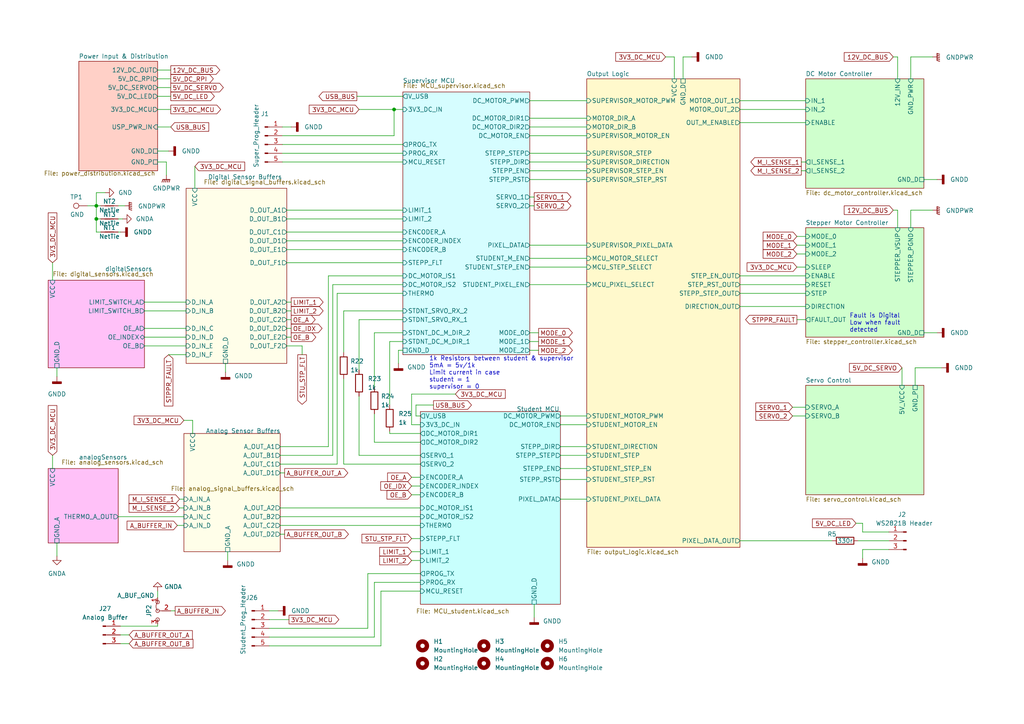
<source format=kicad_sch>
(kicad_sch (version 20211123) (generator eeschema)
  (paper "A4")
  (lib_symbols
    (symbol "000_Connectors_Immo:3pin_molex_2.54mm_male" (pin_names (offset 1.016) hide)
      (property "Reference" "J" (at 0 5.08 0))
      (property "Value" "3pin_molex_2.54mm_male" (at 2.54 -4.191 0))
      (symbol "3pin_molex_2.54mm_male_1_1"
        (polyline (pts (xy 1.27 -2.54) (xy 0.8636 -2.54)) (stroke (width 0.1524)))
        (polyline (pts (xy 1.27 0) (xy 0.8636 0)) (stroke (width 0.1524)))
        (polyline (pts (xy 1.27 2.54) (xy 0.8636 2.54)) (stroke (width 0.1524)))
        (rectangle (start 0.8636 -2.413) (end 0 -2.667) (stroke (width 0.1524)) (fill (type outline)))
        (rectangle (start 0.8636 0.127) (end 0 -0.127) (stroke (width 0.1524)) (fill (type outline)))
        (rectangle (start 0.8636 2.667) (end 0 2.413) (stroke (width 0.1524)) (fill (type outline)))
        (pin passive line (at 5.08 2.54 180) (length 3.81) (name "Pin_1") (number "1"))
        (pin passive line (at 5.08 0 180) (length 3.81) (name "Pin_2") (number "2"))
        (pin passive line (at 5.08 -2.54 180) (length 3.81) (name "Pin_3") (number "3"))
      )
    )
    (symbol "000_Connectors_Immo:Jumper_3_Bridged12" (pin_names (offset 0) hide)
      (property "Reference" "JP" (at -2.54 -2.54 0))
      (property "Value" "Jumper_3_Bridged12" (at 0 2.794 0))
      (symbol "Jumper_3_Bridged12_0_0"
        (circle (center -2.54 0) (radius 0.508))
        (circle (center 0 0) (radius 0.508))
        (circle (center 2.54 0) (radius 0.508))
      )
      (symbol "Jumper_3_Bridged12_0_1"
        (arc (start 0 -0.0807) (mid -1.27 0.4699) (end -2.54 -0.0807))
        (polyline (pts (xy 0 -1.27) (xy 0 -0.508)))
      )
      (symbol "Jumper_3_Bridged12_1_1"
        (pin passive line (at -3.81 0 0) (length 1.27) (name "A") (number "1"))
        (pin input line (at 0 -3.81 90) (length 2.54) (name "C") (number "2"))
        (pin passive line (at 3.81 0 180) (length 1.27) (name "B") (number "3"))
      )
    )
    (symbol "000_Pin_Headers_Immo:Molex_5pin_2.54mm_M" (pin_names (offset 1.016) hide)
      (property "Reference" "J" (at 0 7.62 0))
      (property "Value" "Molex_5pin_2.54mm_M" (at 0 -7.62 0))
      (symbol "Molex_5pin_2.54mm_M_1_1"
        (polyline (pts (xy 1.27 -5.08) (xy 0.8636 -5.08)) (stroke (width 0.1524)))
        (polyline (pts (xy 1.27 -2.54) (xy 0.8636 -2.54)) (stroke (width 0.1524)))
        (polyline (pts (xy 1.27 0) (xy 0.8636 0)) (stroke (width 0.1524)))
        (polyline (pts (xy 1.27 2.54) (xy 0.8636 2.54)) (stroke (width 0.1524)))
        (polyline (pts (xy 1.27 5.08) (xy 0.8636 5.08)) (stroke (width 0.1524)))
        (rectangle (start 0.8636 -4.953) (end 0 -5.207) (stroke (width 0.1524)) (fill (type outline)))
        (rectangle (start 0.8636 -2.413) (end 0 -2.667) (stroke (width 0.1524)) (fill (type outline)))
        (rectangle (start 0.8636 0.127) (end 0 -0.127) (stroke (width 0.1524)) (fill (type outline)))
        (rectangle (start 0.8636 2.667) (end 0 2.413) (stroke (width 0.1524)) (fill (type outline)))
        (rectangle (start 0.8636 5.207) (end 0 4.953) (stroke (width 0.1524)) (fill (type outline)))
        (pin passive line (at 5.08 5.08 180) (length 3.81) (name "Pin_1") (number "1"))
        (pin passive line (at 5.08 2.54 180) (length 3.81) (name "Pin_2") (number "2"))
        (pin passive line (at 5.08 0 180) (length 3.81) (name "Pin_3") (number "3"))
        (pin passive line (at 5.08 -2.54 180) (length 3.81) (name "Pin_4") (number "4"))
        (pin passive line (at 5.08 -5.08 180) (length 3.81) (name "Pin_5") (number "5"))
      )
    )
    (symbol "000_Resistors_Immo:Resistor_0805" (pin_numbers hide) (pin_names (offset 0))
      (property "Reference" "R?" (at -2.54 3.81 0))
      (property "Value" "Resistor_0805" (at -5.08 2.54 0))
      (symbol "Resistor_0805_0_1"
        (rectangle (start 2.54 -1.016) (end -2.54 1.016) (stroke (width 0.254)))
      )
      (symbol "Resistor_0805_1_1"
        (pin passive line (at -3.81 0 0) (length 1.27) (name "~") (number "1"))
        (pin passive line (at 3.81 0 180) (length 1.27) (name "~") (number "2"))
      )
    )
    (symbol "Connector:Conn_01x03_Male" (pin_names (offset 1.016) hide)
      (property "Reference" "J" (at 0 5.08 0))
      (property "Value" "Conn_01x03_Male" (at 2.54 -4.191 0))
      (symbol "Conn_01x03_Male_1_1"
        (polyline (pts (xy 1.27 -2.54) (xy 0.8636 -2.54)) (stroke (width 0.1524)))
        (polyline (pts (xy 1.27 0) (xy 0.8636 0)) (stroke (width 0.1524)))
        (polyline (pts (xy 1.27 2.54) (xy 0.8636 2.54)) (stroke (width 0.1524)))
        (rectangle (start 0.8636 -2.413) (end 0 -2.667) (stroke (width 0.1524)) (fill (type outline)))
        (rectangle (start 0.8636 0.127) (end 0 -0.127) (stroke (width 0.1524)) (fill (type outline)))
        (rectangle (start 0.8636 2.667) (end 0 2.413) (stroke (width 0.1524)) (fill (type outline)))
        (pin passive line (at 5.08 2.54 180) (length 3.81) (name "Pin_1") (number "1"))
        (pin passive line (at 5.08 0 180) (length 3.81) (name "Pin_2") (number "2"))
        (pin passive line (at 5.08 -2.54 180) (length 3.81) (name "Pin_3") (number "3"))
      )
    )
    (symbol "Connector:TestPoint" (pin_numbers hide) (pin_names (offset 0.762) hide)
      (property "Reference" "TP" (at 0 6.858 0))
      (property "Value" "TestPoint" (at 0 5.08 0))
      (symbol "TestPoint_0_1"
        (circle (center 0 3.302) (radius 0.762))
      )
      (symbol "TestPoint_1_1"
        (pin passive line (at 0 0 90) (length 2.54) (name "1") (number "1"))
      )
    )
    (symbol "Device:NetTie_2" (pin_numbers hide) (pin_names (offset 0) hide)
      (property "Reference" "NT" (at 0 1.27 0))
      (property "Value" "NetTie_2" (at 0 -1.27 0))
      (symbol "NetTie_2_0_1"
        (polyline (pts (xy -1.27 0) (xy 1.27 0)) (stroke (width 0.254)))
      )
      (symbol "NetTie_2_1_1"
        (pin passive line (at -2.54 0 0) (length 2.54) (name "1") (number "1"))
        (pin passive line (at 2.54 0 180) (length 2.54) (name "2") (number "2"))
      )
    )
    (symbol "Mechanical:MountingHole_M3" (pin_names (offset 1.016))
      (property "Reference" "H" (at 0 5.08 0))
      (property "Value" "MountingHole_M3" (at 0 3.175 0))
      (symbol "MountingHole_M3_0_1"
        (circle (center 0 0) (radius 1.27) (stroke (width 1.27)))
      )
    )
    (symbol "power:GND" (power) (pin_names (offset 0))
      (property "Value" "GND" (at 0 -3.81 0))
      (symbol "GND_0_1"
        (polyline (pts (xy 0 0) (xy 0 -1.27) (xy 1.27 -1.27) (xy 0 -2.54) (xy -1.27 -1.27) (xy 0 -1.27)))
      )
      (symbol "GND_1_1"
        (pin power_in line (at 0 0 270) (length 0) hide (name "GND") (number "1"))
      )
    )
    (symbol "power:GNDA" (power) (pin_names (offset 0))
      (property "Value" "GNDA" (at 0 -3.81 0))
      (symbol "GNDA_0_1"
        (polyline (pts (xy 0 0) (xy 0 -1.27) (xy 1.27 -1.27) (xy 0 -2.54) (xy -1.27 -1.27) (xy 0 -1.27)))
      )
      (symbol "GNDA_1_1"
        (pin power_in line (at 0 0 270) (length 0) hide (name "GNDA") (number "1"))
      )
    )
    (symbol "power:GNDD" (power) (pin_names (offset 0))
      (property "Value" "GNDD" (at 0 -3.175 0))
      (symbol "GNDD_0_1"
        (rectangle (start -1.27 -1.524) (end 1.27 -2.032) (stroke (width 0.254)) (fill (type outline)))
        (polyline (pts (xy 0 0) (xy 0 -1.524)))
      )
      (symbol "GNDD_1_1"
        (pin power_in line (at 0 0 270) (length 0) hide (name "GNDD") (number "1"))
      )
    )
    (symbol "power:GNDPWR" (power) (pin_names (offset 0))
      (property "Value" "GNDPWR" (at 0 -3.302 0))
      (symbol "GNDPWR_0_1"
        (polyline (pts (xy 0 -1.27) (xy 0 0)))
        (polyline (pts (xy -1.016 -1.27) (xy -1.27 -2.032) (xy -1.27 -2.032)) (stroke (width 0.2032)))
        (polyline (pts (xy -0.508 -1.27) (xy -0.762 -2.032) (xy -0.762 -2.032)) (stroke (width 0.2032)))
        (polyline (pts (xy 0 -1.27) (xy -0.254 -2.032) (xy -0.254 -2.032)) (stroke (width 0.2032)))
        (polyline (pts (xy 0.508 -1.27) (xy 0.254 -2.032) (xy 0.254 -2.032)) (stroke (width 0.2032)))
        (polyline (pts (xy 1.016 -1.27) (xy -1.016 -1.27) (xy -1.016 -1.27)) (stroke (width 0.2032)))
        (polyline (pts (xy 1.016 -1.27) (xy 0.762 -2.032) (xy 0.762 -2.032) (xy 0.762 -2.032)) (stroke (width 0.2032)))
      )
      (symbol "GNDPWR_1_1"
        (pin power_in line (at 0 0 270) (length 0) hide (name "GNDPWR") (number "1"))
      )
    )
  )
  (junction (at 27.94 59.69))
  (junction (at 114.3 31.75))
  (junction (at 27.94 63.5))
  (wire (pts (xy 78.105 182.245) (xy 106.68 182.245)))
  (wire (pts (xy 231.14 71.12) (xy 233.68 71.12)))
  (wire (pts (xy 153.67 57.15) (xy 154.94 57.15)))
  (wire (pts (xy 45.72 22.86) (xy 49.53 22.86)))
  (wire (pts (xy 108.585 184.785) (xy 108.585 168.91)))
  (wire (pts (xy 115.57 105.41) (xy 115.57 101.6)))
  (wire (pts (xy 81.28 129.54) (xy 95.25 129.54)))
  (wire (pts (xy 45.72 27.94) (xy 49.53 27.94)))
  (wire (pts (xy 260.35 16.51) (xy 260.35 22.86)))
  (wire (pts (xy 81.915 41.91) (xy 116.84 41.91)))
  (wire (pts (xy 231.14 73.66) (xy 233.68 73.66)))
  (wire (pts (xy 66.04 160.02) (xy 66.04 162.56)))
  (wire (pts (xy 153.67 82.55) (xy 170.18 82.55)))
  (wire (pts (xy 56.515 54.61) (xy 56.515 48.26)))
  (wire (pts (xy 231.14 68.58) (xy 233.68 68.58)))
  (wire (pts (xy 193.04 16.51) (xy 195.58 16.51)))
  (wire (pts (xy 83.185 95.25) (xy 84.455 95.25)))
  (wire (pts (xy 153.67 77.47) (xy 170.18 77.47)))
  (wire (pts (xy 259.08 16.51) (xy 260.35 16.51)))
  (wire (pts (xy 45.72 43.815) (xy 48.895 43.815)))
  (wire (pts (xy 231.14 92.71) (xy 233.68 92.71)))
  (wire (pts (xy 162.56 132.08) (xy 170.18 132.08)))
  (wire (pts (xy 27.94 63.5) (xy 27.94 67.31)))
  (wire (pts (xy 41.91 97.79) (xy 53.975 97.79)))
  (wire (pts (xy 114.3 39.37) (xy 114.3 31.75)))
  (wire (pts (xy 83.185 69.85) (xy 116.84 69.85)))
  (wire (pts (xy 153.67 36.83) (xy 170.18 36.83)))
  (wire (pts (xy 104.14 132.08) (xy 104.14 114.935)))
  (wire (pts (xy 104.14 31.75) (xy 114.3 31.75)))
  (wire (pts (xy 34.29 149.86) (xy 53.34 149.86)))
  (wire (pts (xy 65.405 105.41) (xy 65.405 107.95)))
  (wire (pts (xy 153.67 99.06) (xy 156.21 99.06)))
  (wire (pts (xy 250.19 161.925) (xy 250.19 159.385)))
  (wire (pts (xy 99.695 134.62) (xy 121.92 134.62)))
  (wire (pts (xy 34.29 59.69) (xy 36.195 59.69)))
  (wire (pts (xy 95.25 129.54) (xy 95.25 80.01)))
  (wire (pts (xy 27.94 59.69) (xy 29.21 59.69)))
  (wire (pts (xy 119.38 162.56) (xy 121.92 162.56)))
  (wire (pts (xy 83.185 76.2) (xy 116.84 76.2)))
  (wire (pts (xy 229.87 118.11) (xy 233.68 118.11)))
  (wire (pts (xy 119.38 114.3) (xy 119.38 123.19)))
  (wire (pts (xy 231.14 77.47) (xy 233.68 77.47)))
  (wire (pts (xy 121.92 125.73) (xy 113.03 125.73)))
  (wire (pts (xy 153.67 46.99) (xy 170.18 46.99)))
  (wire (pts (xy 214.63 88.9) (xy 233.68 88.9)))
  (wire (pts (xy 250.19 151.765) (xy 250.19 154.305)))
  (wire (pts (xy 48.26 46.99) (xy 45.72 46.99)))
  (wire (pts (xy 97.79 134.62) (xy 97.79 85.09)))
  (wire (pts (xy 41.91 90.17) (xy 53.975 90.17)))
  (wire (pts (xy 16.51 106.68) (xy 16.51 109.22)))
  (wire (pts (xy 49.53 177.165) (xy 50.8 177.165)))
  (wire (pts (xy 83.185 90.17) (xy 84.455 90.17)))
  (wire (pts (xy 119.38 140.97) (xy 121.92 140.97)))
  (wire (pts (xy 153.67 96.52) (xy 156.21 96.52)))
  (wire (pts (xy 87.63 100.33) (xy 87.63 102.87)))
  (wire (pts (xy 108.585 128.27) (xy 108.585 120.015)))
  (wire (pts (xy 108.585 168.91) (xy 121.92 168.91)))
  (wire (pts (xy 153.67 39.37) (xy 170.18 39.37)))
  (wire (pts (xy 34.29 67.31) (xy 34.925 67.31)))
  (wire (pts (xy 83.185 97.79) (xy 84.455 97.79)))
  (wire (pts (xy 48.895 102.87) (xy 53.975 102.87)))
  (wire (pts (xy 81.28 149.86) (xy 121.92 149.86)))
  (wire (pts (xy 81.915 39.37) (xy 114.3 39.37)))
  (wire (pts (xy 27.94 59.69) (xy 27.94 63.5)))
  (wire (pts (xy 52.07 144.78) (xy 53.34 144.78)))
  (wire (pts (xy 250.19 154.305) (xy 257.81 154.305)))
  (wire (pts (xy 153.67 44.45) (xy 170.18 44.45)))
  (wire (pts (xy 110.49 171.45) (xy 121.92 171.45)))
  (wire (pts (xy 78.105 184.785) (xy 108.585 184.785)))
  (wire (pts (xy 113.03 99.06) (xy 116.84 99.06)))
  (wire (pts (xy 80.645 177.165) (xy 78.105 177.165)))
  (wire (pts (xy 125.73 117.475) (xy 120.65 117.475)))
  (wire (pts (xy 16.51 157.48) (xy 16.51 161.29)))
  (wire (pts (xy 153.67 74.93) (xy 170.18 74.93)))
  (wire (pts (xy 214.63 85.09) (xy 233.68 85.09)))
  (wire (pts (xy 37.465 184.15) (xy 34.925 184.15)))
  (wire (pts (xy 27.94 67.31) (xy 29.21 67.31)))
  (wire (pts (xy 83.185 67.31) (xy 116.84 67.31)))
  (wire (pts (xy 267.97 52.07) (xy 271.78 52.07)))
  (wire (pts (xy 115.57 101.6) (xy 116.84 101.6)))
  (wire (pts (xy 214.63 31.75) (xy 233.68 31.75)))
  (wire (pts (xy 99.695 109.855) (xy 99.695 134.62)))
  (wire (pts (xy 265.43 106.68) (xy 265.43 111.76)))
  (wire (pts (xy 119.38 123.19) (xy 121.92 123.19)))
  (wire (pts (xy 108.585 96.52) (xy 116.84 96.52)))
  (wire (pts (xy 55.88 121.92) (xy 55.88 125.73)))
  (wire (pts (xy 41.91 100.33) (xy 53.975 100.33)))
  (wire (pts (xy 83.185 100.33) (xy 87.63 100.33)))
  (wire (pts (xy 25.4 59.69) (xy 27.94 59.69)))
  (wire (pts (xy 96.52 82.55) (xy 116.84 82.55)))
  (wire (pts (xy 34.29 63.5) (xy 35.56 63.5)))
  (wire (pts (xy 162.56 120.65) (xy 170.18 120.65)))
  (wire (pts (xy 214.63 82.55) (xy 233.68 82.55)))
  (wire (pts (xy 104.14 107.315) (xy 104.14 92.71)))
  (wire (pts (xy 41.91 87.63) (xy 53.975 87.63)))
  (wire (pts (xy 15.24 132.08) (xy 15.24 135.89)))
  (wire (pts (xy 162.56 135.89) (xy 170.18 135.89)))
  (wire (pts (xy 104.14 92.71) (xy 116.84 92.71)))
  (wire (pts (xy 78.105 179.705) (xy 83.82 179.705)))
  (wire (pts (xy 83.185 63.5) (xy 116.84 63.5)))
  (wire (pts (xy 113.03 125.095) (xy 113.03 125.73)))
  (wire (pts (xy 81.28 134.62) (xy 97.79 134.62)))
  (wire (pts (xy 48.26 50.8) (xy 48.26 46.99)))
  (wire (pts (xy 153.67 71.12) (xy 170.18 71.12)))
  (wire (pts (xy 37.465 186.69) (xy 34.925 186.69)))
  (wire (pts (xy 153.67 49.53) (xy 170.18 49.53)))
  (wire (pts (xy 27.94 55.88) (xy 27.94 59.69)))
  (wire (pts (xy 108.585 128.27) (xy 121.92 128.27)))
  (wire (pts (xy 113.03 99.06) (xy 113.03 117.475)))
  (wire (pts (xy 270.51 16.51) (xy 264.16 16.51)))
  (wire (pts (xy 78.105 187.325) (xy 110.49 187.325)))
  (wire (pts (xy 51.435 152.4) (xy 53.34 152.4)))
  (wire (pts (xy 248.92 156.845) (xy 257.81 156.845)))
  (wire (pts (xy 162.56 123.19) (xy 170.18 123.19)))
  (wire (pts (xy 114.3 31.75) (xy 116.84 31.75)))
  (wire (pts (xy 119.38 138.43) (xy 121.92 138.43)))
  (wire (pts (xy 198.12 16.51) (xy 200.66 16.51)))
  (wire (pts (xy 95.25 80.01) (xy 116.84 80.01)))
  (wire (pts (xy 119.38 160.02) (xy 121.92 160.02)))
  (wire (pts (xy 27.94 63.5) (xy 29.21 63.5)))
  (wire (pts (xy 30.48 55.88) (xy 27.94 55.88)))
  (wire (pts (xy 232.41 49.53) (xy 233.68 49.53)))
  (wire (pts (xy 214.63 156.845) (xy 241.3 156.845)))
  (wire (pts (xy 120.65 120.65) (xy 121.92 120.65)))
  (wire (pts (xy 248.285 151.765) (xy 250.19 151.765)))
  (wire (pts (xy 119.38 114.3) (xy 132.08 114.3)))
  (wire (pts (xy 41.91 95.25) (xy 53.975 95.25)))
  (wire (pts (xy 267.97 96.52) (xy 271.78 96.52)))
  (wire (pts (xy 198.12 16.51) (xy 198.12 22.86)))
  (wire (pts (xy 45.72 31.75) (xy 49.53 31.75)))
  (wire (pts (xy 229.87 120.65) (xy 233.68 120.65)))
  (wire (pts (xy 108.585 112.395) (xy 108.585 96.52)))
  (wire (pts (xy 232.41 46.99) (xy 233.68 46.99)))
  (wire (pts (xy 83.185 72.39) (xy 116.84 72.39)))
  (wire (pts (xy 99.695 90.17) (xy 116.84 90.17)))
  (wire (pts (xy 99.695 102.235) (xy 99.695 90.17)))
  (wire (pts (xy 260.35 66.04) (xy 260.35 60.96)))
  (wire (pts (xy 153.67 59.69) (xy 154.94 59.69)))
  (wire (pts (xy 265.43 106.68) (xy 273.05 106.68)))
  (wire (pts (xy 81.915 44.45) (xy 116.84 44.45)))
  (wire (pts (xy 120.65 117.475) (xy 120.65 120.65)))
  (wire (pts (xy 84.455 36.83) (xy 81.915 36.83)))
  (wire (pts (xy 53.34 121.92) (xy 55.88 121.92)))
  (wire (pts (xy 83.185 87.63) (xy 84.455 87.63)))
  (wire (pts (xy 103.505 27.94) (xy 116.84 27.94)))
  (wire (pts (xy 106.68 182.245) (xy 106.68 166.37)))
  (wire (pts (xy 153.67 34.29) (xy 170.18 34.29)))
  (wire (pts (xy 162.56 144.78) (xy 170.18 144.78)))
  (wire (pts (xy 214.63 29.21) (xy 233.68 29.21)))
  (wire (pts (xy 81.28 147.32) (xy 121.92 147.32)))
  (wire (pts (xy 110.49 187.325) (xy 110.49 171.45)))
  (wire (pts (xy 45.72 20.32) (xy 49.53 20.32)))
  (wire (pts (xy 162.56 129.54) (xy 170.18 129.54)))
  (wire (pts (xy 81.28 132.08) (xy 96.52 132.08)))
  (wire (pts (xy 162.56 139.065) (xy 170.18 139.065)))
  (wire (pts (xy 119.38 143.51) (xy 121.92 143.51)))
  (wire (pts (xy 153.67 29.21) (xy 170.18 29.21)))
  (wire (pts (xy 214.63 35.56) (xy 233.68 35.56)))
  (wire (pts (xy 260.35 60.96) (xy 259.08 60.96)))
  (wire (pts (xy 153.67 52.07) (xy 170.18 52.07)))
  (wire (pts (xy 104.14 132.08) (xy 121.92 132.08)))
  (wire (pts (xy 34.925 181.61) (xy 45.72 181.61)))
  (wire (pts (xy 154.94 179.07) (xy 154.94 175.26)))
  (wire (pts (xy 214.63 80.01) (xy 233.68 80.01)))
  (wire (pts (xy 45.72 171.45) (xy 45.72 173.355)))
  (wire (pts (xy 81.915 46.99) (xy 116.84 46.99)))
  (wire (pts (xy 195.58 16.51) (xy 195.58 22.86)))
  (wire (pts (xy 96.52 132.08) (xy 96.52 82.55)))
  (wire (pts (xy 81.28 152.4) (xy 121.92 152.4)))
  (wire (pts (xy 153.67 101.6) (xy 156.21 101.6)))
  (wire (pts (xy 250.19 159.385) (xy 257.81 159.385)))
  (wire (pts (xy 270.51 60.96) (xy 264.16 60.96)))
  (wire (pts (xy 45.72 36.83) (xy 49.53 36.83)))
  (wire (pts (xy 97.79 85.09) (xy 116.84 85.09)))
  (wire (pts (xy 83.185 92.71) (xy 84.455 92.71)))
  (wire (pts (xy 264.16 60.96) (xy 264.16 66.04)))
  (wire (pts (xy 52.07 147.32) (xy 53.34 147.32)))
  (wire (pts (xy 261.62 106.68) (xy 261.62 111.76)))
  (wire (pts (xy 83.185 60.96) (xy 116.84 60.96)))
  (wire (pts (xy 45.72 25.4) (xy 49.53 25.4)))
  (wire (pts (xy 45.72 180.975) (xy 45.72 181.61)))
  (wire (pts (xy 81.28 137.16) (xy 82.55 137.16)))
  (wire (pts (xy 15.24 76.2) (xy 15.24 81.28)))
  (wire (pts (xy 264.16 16.51) (xy 264.16 22.86)))
  (wire (pts (xy 106.68 166.37) (xy 121.92 166.37)))
  (wire (pts (xy 119.38 156.21) (xy 121.92 156.21)))
  (wire (pts (xy 82.55 154.94) (xy 81.28 154.94)))
  (text "1k Resistors between student & supervisor\n5mA = 5v/1k \nLimit current in case\nstudent = 1\nsupervisor = 0" (at 124.46 113.03 0) (effects (font (size 1.27 1.27)) (justify left bottom)))
  (text "Fault is Digital\nLow when fault \ndetected" (at 246.38 96.52 0) (effects (font (size 1.27 1.27)) (justify left bottom)))
  (global_label "MODE_1" (shape output) (at 156.21 99.06 0) (property "Intersheet References" "${INTERSHEET_REFS}" (effects hide)))
  (global_label "5V_DC_LED" (shape output) (at 49.53 27.94 0) (property "Intersheet References" "${INTERSHEET_REFS}" (effects hide)))
  (global_label "M_I_SENSE_1" (shape input) (at 52.07 144.78 180) (property "Intersheet References" "${INTERSHEET_REFS}" (effects hide)))
  (global_label "MODE_0" (shape output) (at 156.21 96.52 0) (property "Intersheet References" "${INTERSHEET_REFS}" (effects hide)))
  (global_label "LIMIT_1" (shape output) (at 84.455 87.63 0) (property "Intersheet References" "${INTERSHEET_REFS}" (effects hide)))
  (global_label "USB_BUS" (shape input) (at 49.53 36.83 0) (property "Intersheet References" "${INTERSHEET_REFS}" (effects hide)))
  (global_label "LIMIT_2" (shape output) (at 84.455 90.17 0) (property "Intersheet References" "${INTERSHEET_REFS}" (effects hide)))
  (global_label "STU_STP_FLT" (shape input) (at 119.38 156.21 180) (property "Intersheet References" "${INTERSHEET_REFS}" (effects hide)))
  (global_label "3V3_DC_MCU" (shape output) (at 49.53 31.75 0) (property "Intersheet References" "${INTERSHEET_REFS}" (effects hide)))
  (global_label "M_I_SENSE_2" (shape output) (at 232.41 49.53 180) (property "Intersheet References" "${INTERSHEET_REFS}" (effects hide)))
  (global_label "3V3_DC_MCU" (shape output) (at 83.82 179.705 0) (property "Intersheet References" "${INTERSHEET_REFS}" (effects hide)))
  (global_label "SERVO_2" (shape input) (at 229.87 120.65 180) (property "Intersheet References" "${INTERSHEET_REFS}" (effects hide)))
  (global_label "MODE_2" (shape input) (at 231.14 73.66 180) (property "Intersheet References" "${INTERSHEET_REFS}" (effects hide)))
  (global_label "3V3_DC_MCU" (shape input) (at 104.14 31.75 180) (property "Intersheet References" "${INTERSHEET_REFS}" (effects hide)))
  (global_label "MODE_0" (shape input) (at 231.14 68.58 180) (property "Intersheet References" "${INTERSHEET_REFS}" (effects hide)))
  (global_label "5V_DC_RPI" (shape output) (at 49.53 22.86 0) (property "Intersheet References" "${INTERSHEET_REFS}" (effects hide)))
  (global_label "STU_STP_FLT" (shape output) (at 87.63 102.87 270) (property "Intersheet References" "${INTERSHEET_REFS}" (effects hide)))
  (global_label "5V_DC_SERVO" (shape input) (at 261.62 106.68 180) (property "Intersheet References" "${INTERSHEET_REFS}" (effects hide)))
  (global_label "3V3_DC_MCU" (shape input) (at 15.24 132.08 90) (property "Intersheet References" "${INTERSHEET_REFS}" (effects hide)))
  (global_label "OE_A" (shape input) (at 119.38 138.43 180) (property "Intersheet References" "${INTERSHEET_REFS}" (effects hide)))
  (global_label "A_BUFFER_IN" (shape input) (at 51.435 152.4 180) (property "Intersheet References" "${INTERSHEET_REFS}" (effects hide)))
  (global_label "3V3_DC_MCU" (shape input) (at 193.04 16.51 180) (property "Intersheet References" "${INTERSHEET_REFS}" (effects hide)))
  (global_label "USB_BUS" (shape output) (at 103.505 27.94 180) (property "Intersheet References" "${INTERSHEET_REFS}" (effects hide)))
  (global_label "OE_A" (shape output) (at 84.455 92.71 0) (property "Intersheet References" "${INTERSHEET_REFS}" (effects hide)))
  (global_label "5V_DC_SERVO" (shape output) (at 49.53 25.4 0) (property "Intersheet References" "${INTERSHEET_REFS}" (effects hide)))
  (global_label "3V3_DC_MCU" (shape input) (at 231.14 77.47 180) (property "Intersheet References" "${INTERSHEET_REFS}" (effects hide)))
  (global_label "A_BUFFER_OUT_A" (shape input) (at 37.465 184.15 0) (property "Intersheet References" "${INTERSHEET_REFS}" (effects hide)))
  (global_label "3V3_DC_MCU" (shape input) (at 56.515 48.26 0) (property "Intersheet References" "${INTERSHEET_REFS}" (effects hide)))
  (global_label "LIMIT_2" (shape input) (at 119.38 162.56 180) (property "Intersheet References" "${INTERSHEET_REFS}" (effects hide)))
  (global_label "MODE_1" (shape input) (at 231.14 71.12 180) (property "Intersheet References" "${INTERSHEET_REFS}" (effects hide)))
  (global_label "12V_DC_BUS" (shape input) (at 259.08 60.96 180) (property "Intersheet References" "${INTERSHEET_REFS}" (effects hide)))
  (global_label "OE_IDX" (shape output) (at 84.455 95.25 0) (property "Intersheet References" "${INTERSHEET_REFS}" (effects hide)))
  (global_label "OE_B" (shape output) (at 84.455 97.79 0) (property "Intersheet References" "${INTERSHEET_REFS}" (effects hide)))
  (global_label "STPPR_FAULT" (shape input) (at 48.895 102.87 270) (property "Intersheet References" "${INTERSHEET_REFS}" (effects hide)))
  (global_label "12V_DC_BUS" (shape output) (at 49.53 20.32 0) (property "Intersheet References" "${INTERSHEET_REFS}" (effects hide)))
  (global_label "MODE_2" (shape output) (at 156.21 101.6 0) (property "Intersheet References" "${INTERSHEET_REFS}" (effects hide)))
  (global_label "3V3_DC_MCU" (shape input) (at 132.08 114.3 0) (property "Intersheet References" "${INTERSHEET_REFS}" (effects hide)))
  (global_label "M_I_SENSE_2" (shape input) (at 52.07 147.32 180) (property "Intersheet References" "${INTERSHEET_REFS}" (effects hide)))
  (global_label "A_BUFFER_OUT_A" (shape output) (at 82.55 137.16 0) (property "Intersheet References" "${INTERSHEET_REFS}" (effects hide)))
  (global_label "SERVO_2" (shape output) (at 154.94 59.69 0) (property "Intersheet References" "${INTERSHEET_REFS}" (effects hide)))
  (global_label "USB_BUS" (shape output) (at 125.73 117.475 0) (property "Intersheet References" "${INTERSHEET_REFS}" (effects hide)))
  (global_label "M_I_SENSE_1" (shape output) (at 232.41 46.99 180) (property "Intersheet References" "${INTERSHEET_REFS}" (effects hide)))
  (global_label "3V3_DC_MCU" (shape input) (at 15.24 76.2 90) (property "Intersheet References" "${INTERSHEET_REFS}" (effects hide)))
  (global_label "OE_B" (shape input) (at 119.38 143.51 180) (property "Intersheet References" "${INTERSHEET_REFS}" (effects hide)))
  (global_label "STPPR_FAULT" (shape output) (at 231.14 92.71 180) (property "Intersheet References" "${INTERSHEET_REFS}" (effects hide)))
  (global_label "LIMIT_1" (shape input) (at 119.38 160.02 180) (property "Intersheet References" "${INTERSHEET_REFS}" (effects hide)))
  (global_label "OE_IDX" (shape input) (at 119.38 140.97 180) (property "Intersheet References" "${INTERSHEET_REFS}" (effects hide)))
  (global_label "5V_DC_LED" (shape input) (at 248.285 151.765 180) (property "Intersheet References" "${INTERSHEET_REFS}" (effects hide)))
  (global_label "A_BUFFER_IN" (shape output) (at 50.8 177.165 0) (property "Intersheet References" "${INTERSHEET_REFS}" (effects hide)))
  (global_label "SERVO_1" (shape input) (at 229.87 118.11 180) (property "Intersheet References" "${INTERSHEET_REFS}" (effects hide)))
  (global_label "3V3_DC_MCU" (shape input) (at 53.34 121.92 180) (property "Intersheet References" "${INTERSHEET_REFS}" (effects hide)))
  (global_label "A_BUFFER_OUT_B" (shape output) (at 82.55 154.94 0) (property "Intersheet References" "${INTERSHEET_REFS}" (effects hide)))
  (global_label "A_BUFFER_OUT_B" (shape input) (at 37.465 186.69 0) (property "Intersheet References" "${INTERSHEET_REFS}" (effects hide)))
  (global_label "12V_DC_BUS" (shape input) (at 259.08 16.51 180) (property "Intersheet References" "${INTERSHEET_REFS}" (effects hide)))
  (global_label "SERVO_1" (shape output) (at 154.94 57.15 0) (property "Intersheet References" "${INTERSHEET_REFS}" (effects hide)))
  (symbol (lib_id "Connector:Conn_01x03_Male") (at 29.845 184.15 0) (unit 1)
    (property "Reference" "J27" (at 30.48 176.53 0))
    (property "Value" "Analog Buffer" (at 30.48 179.07 0))
    (property "Footprint" "Connector_PinHeader_2.54mm:PinHeader_1x03_P2.54mm_Vertical" (effects hide))
  )
  (symbol (lib_id "power:GNDD") (at 16.51 109.22 0) (unit 1)
    (property "Reference" "#PWR01" (effects hide))
    (property "Value" "GNDD" (at 16.51 114.3 0))
  )
  (symbol (lib_id "Mechanical:MountingHole_M3") (at 122.555 192.405 0) (unit 1)
    (property "Reference" "H2" (at 125.73 191.1349 0) (effects (justify left)))
    (property "Value" "MountingHole" (at 125.73 193.6749 0) (effects (justify left)))
    (property "Footprint" "MountingHole:MountingHole_3.2mm_M3_Pad_Via" (effects hide))
  )
  (symbol (lib_id "Device:NetTie_2") (at 31.75 59.69 0) (unit 1)
    (property "Reference" "NT2" (at 31.75 58.42 0))
    (property "Value" "NetTie" (at 31.75 60.96 0))
    (property "Footprint" "NetTie:NetTie-2_SMD_Pad0.5mm" (effects hide))
  )
  (symbol (lib_id "Connector:TestPoint") (at 25.4 59.69 90) (unit 1)
    (property "Reference" "TP1" (at 20.32 57.15 90) (effects (justify right)))
    (property "Value" "GND" (at 20.32 62.23 90) (effects (justify right)))
    (property "Footprint" "TestPoint:TestPoint_Pad_D1.5mm" (effects hide))
  )
  (symbol (lib_id "000_Pin_Headers_Immo:Molex_5pin_2.54mm_M") (at 76.835 41.91 0) (unit 1)
    (property "Reference" "J1" (at 76.835 33.02 0))
    (property "Value" "Super_Prog_Header" (at 74.295 39.37 90))
    (property "Footprint" "Connector_Molex:Molex_KK-254_AE-6410-05A_1x05_P2.54mm_Vertical" (effects hide))
  )
  (symbol (lib_id "power:GNDD") (at 271.78 52.07 90) (unit 1)
    (property "Reference" "#PWR017" (effects hide))
    (property "Value" "GNDD" (at 275.59 52.0699 90) (effects (justify right)))
  )
  (symbol (lib_id "power:GND") (at 30.48 55.88 90) (unit 1)
    (property "Reference" "#PWR03" (effects hide))
    (property "Value" "GND" (at 34.29 55.8799 90) (effects (justify right)))
  )
  (symbol (lib_id "Mechanical:MountingHole_M3") (at 122.555 187.325 0) (unit 1)
    (property "Reference" "H1" (at 125.73 186.0549 0) (effects (justify left)))
    (property "Value" "MountingHole" (at 125.73 188.5949 0) (effects (justify left)))
    (property "Footprint" "MountingHole:MountingHole_3.2mm_M3_Pad_Via" (effects hide))
  )
  (symbol (lib_id "000_Resistors_Immo:Resistor_0805") (at 108.585 116.205 90) (unit 1)
    (property "Reference" "R24" (at 110.49 114.9349 90) (effects (justify right)))
    (property "Value" "1k" (at 110.49 117.4749 90) (effects (justify right)))
    (property "Footprint" "Resistor_SMD:R_0805_2012Metric_Pad1.20x1.40mm_HandSolder" (effects hide))
  )
  (symbol (lib_id "power:GNDD") (at 273.05 106.68 90) (unit 1)
    (property "Reference" "#PWR0103" (effects hide))
    (property "Value" "GNDD" (at 276.86 106.6799 90) (effects (justify right)))
  )
  (symbol (lib_id "power:GNDD") (at 84.455 36.83 90) (unit 1)
    (property "Reference" "#PWR010" (effects hide))
    (property "Value" "GNDD" (at 88.265 36.8299 90) (effects (justify right)))
  )
  (symbol (lib_id "power:GNDA") (at 16.51 161.29 0) (unit 1)
    (property "Reference" "#PWR02" (effects hide))
    (property "Value" "GNDA" (at 16.51 166.37 0))
  )
  (symbol (lib_id "power:GNDPWR") (at 36.195 59.69 90) (unit 1)
    (property "Reference" "#PWR04" (effects hide))
    (property "Value" "GNDPWR" (at 40.005 59.8169 90) (effects (justify right)))
  )
  (symbol (lib_id "Device:NetTie_2") (at 31.75 67.31 0) (unit 1)
    (property "Reference" "NT1" (at 31.75 66.04 0))
    (property "Value" "NetTie" (at 31.75 68.58 0))
    (property "Footprint" "NetTie:NetTie-2_SMD_Pad0.5mm" (effects hide))
  )
  (symbol (lib_id "power:GNDPWR") (at 48.26 50.8 0) (unit 1)
    (property "Reference" "#PWR07" (effects hide))
    (property "Value" "GNDPWR" (at 48.26 54.61 0))
  )
  (symbol (lib_id "power:GNDD") (at 66.04 162.56 0) (unit 1)
    (property "Reference" "#PWR?" (effects hide))
    (property "Value" "GNDD" (at 68.58 163.6394 0) (effects (justify left)))
  )
  (symbol (lib_id "Mechanical:MountingHole_M3") (at 140.335 192.405 0) (unit 1)
    (property "Reference" "H4" (at 143.51 191.1349 0) (effects (justify left)))
    (property "Value" "MountingHole" (at 143.51 193.6749 0) (effects (justify left)))
    (property "Footprint" "MountingHole:MountingHole_3.2mm_M3_Pad_Via" (effects hide))
  )
  (symbol (lib_id "Mechanical:MountingHole_M3") (at 158.75 192.405 0) (unit 1)
    (property "Reference" "H6" (at 161.925 191.1349 0) (effects (justify left)))
    (property "Value" "MountingHole" (at 161.925 193.6749 0) (effects (justify left)))
    (property "Footprint" "MountingHole:MountingHole_3.2mm_M3_Pad_Via" (effects hide))
  )
  (symbol (lib_id "power:GNDD") (at 80.645 177.165 90) (unit 1)
    (property "Reference" "#PWR019" (effects hide))
    (property "Value" "GNDD" (at 84.455 177.1649 90) (effects (justify right)))
  )
  (symbol (lib_id "power:GNDA") (at 35.56 63.5 90) (unit 1)
    (property "Reference" "#PWR05" (effects hide))
    (property "Value" "GNDA" (at 39.37 63.4999 90) (effects (justify right)))
  )
  (symbol (lib_id "Mechanical:MountingHole_M3") (at 140.335 187.325 0) (unit 1)
    (property "Reference" "H3" (at 143.51 186.0549 0) (effects (justify left)))
    (property "Value" "MountingHole" (at 143.51 188.5949 0) (effects (justify left)))
    (property "Footprint" "MountingHole:MountingHole_3.2mm_M3_Pad_Via" (effects hide))
  )
  (symbol (lib_id "power:GNDD") (at 65.405 107.95 0) (unit 1)
    (property "Reference" "#PWR08" (effects hide))
    (property "Value" "GNDD" (at 67.945 109.0294 0) (effects (justify left)))
  )
  (symbol (lib_id "power:GNDD") (at 250.19 161.925 0) (unit 1)
    (property "Reference" "#PWR020" (effects hide))
    (property "Value" "GNDD" (at 252.73 163.0044 0) (effects (justify left)))
  )
  (symbol (lib_id "000_Connectors_Immo:Jumper_3_Bridged12") (at 45.72 177.165 90) (mirror x) (unit 1)
    (property "Reference" "JP2" (at 43.18 177.165 0))
    (property "Value" "A_BUF_GND" (at 39.37 172.72 90))
    (property "Footprint" "Jumper:SolderJumper-3_P1.3mm_Bridged12_RoundedPad1.0x1.5mm" (effects hide))
  )
  (symbol (lib_id "power:GNDPWR") (at 270.51 16.51 90) (unit 1)
    (property "Reference" "#PWR015" (effects hide))
    (property "Value" "GNDPWR" (at 274.32 16.6369 90) (effects (justify right)))
  )
  (symbol (lib_id "power:GNDD") (at 115.57 105.41 0) (unit 1)
    (property "Reference" "#PWR011" (effects hide))
    (property "Value" "GNDD" (at 118.11 106.4894 0) (effects (justify left)))
  )
  (symbol (lib_id "power:GNDD") (at 34.925 67.31 90) (unit 1)
    (property "Reference" "#PWR06" (effects hide))
    (property "Value" "GNDD" (at 38.735 67.3099 90) (effects (justify right)))
  )
  (symbol (lib_id "000_Connectors_Immo:3pin_molex_2.54mm_male") (at 262.89 156.845 0) (mirror y) (unit 1)
    (property "Reference" "J2" (at 261.62 149.225 0))
    (property "Value" "WS2821B Header" (at 262.255 151.765 0))
    (property "Footprint" "Connector_Molex:Molex_KK-254_AE-6410-03A_1x03_P2.54mm_Vertical" (effects hide))
  )
  (symbol (lib_id "power:GNDD") (at 271.78 96.52 90) (unit 1)
    (property "Reference" "#PWR018" (effects hide))
    (property "Value" "GNDD" (at 275.59 96.5199 90) (effects (justify right)))
  )
  (symbol (lib_id "power:GNDA") (at 45.72 171.45 180) (unit 1)
    (property "Reference" "#PWR0101" (effects hide))
    (property "Value" "GNDA" (at 47.625 170.1799 0) (effects (justify right)))
  )
  (symbol (lib_id "power:GNDD") (at 154.94 179.07 0) (unit 1)
    (property "Reference" "#PWR012" (effects hide))
    (property "Value" "GNDD" (at 157.48 180.1494 0) (effects (justify left)))
  )
  (symbol (lib_id "Device:NetTie_2") (at 31.75 63.5 0) (unit 1)
    (property "Reference" "NT3" (at 31.75 62.23 0))
    (property "Value" "NetTie" (at 31.75 64.77 0))
    (property "Footprint" "NetTie:NetTie-2_SMD_Pad0.5mm" (effects hide))
  )
  (symbol (lib_id "Mechanical:MountingHole_M3") (at 158.75 187.325 0) (unit 1)
    (property "Reference" "H5" (at 161.925 186.0549 0) (effects (justify left)))
    (property "Value" "MountingHole" (at 161.925 188.5949 0) (effects (justify left)))
    (property "Footprint" "MountingHole:MountingHole_3.2mm_M3_Pad_Via" (effects hide))
  )
  (symbol (lib_id "000_Resistors_Immo:Resistor_0805") (at 104.14 111.125 90) (unit 1)
    (property "Reference" "R23" (at 106.68 109.8549 90) (effects (justify right)))
    (property "Value" "1k" (at 106.68 112.3949 90) (effects (justify right)))
    (property "Footprint" "Resistor_SMD:R_0805_2012Metric_Pad1.20x1.40mm_HandSolder" (effects hide))
  )
  (symbol (lib_id "power:GNDD") (at 48.895 43.815 90) (unit 1)
    (property "Reference" "#PWR0102" (effects hide))
    (property "Value" "GNDD" (at 52.705 43.8149 90) (effects (justify right)))
  )
  (symbol (lib_id "000_Resistors_Immo:Resistor_0805") (at 245.11 156.845 0) (mirror x) (unit 1)
    (property "Reference" "R5" (at 241.3 154.94 0))
    (property "Value" "330r" (at 245.11 156.845 0))
    (property "Footprint" "Resistor_SMD:R_0805_2012Metric_Pad1.20x1.40mm_HandSolder" (effects hide))
  )
  (symbol (lib_id "000_Pin_Headers_Immo:Molex_5pin_2.54mm_M") (at 73.025 182.245 0) (unit 1)
    (property "Reference" "J26" (at 73.025 173.355 0))
    (property "Value" "Student_Prog_Header" (at 70.485 179.705 90))
    (property "Footprint" "Connector_Molex:Molex_KK-254_AE-6410-05A_1x05_P2.54mm_Vertical" (effects hide))
  )
  (symbol (lib_id "power:GNDD") (at 200.66 16.51 90) (unit 1)
    (property "Reference" "#PWR013" (effects hide))
    (property "Value" "GNDD" (at 204.47 16.5099 90) (effects (justify right)))
  )
  (symbol (lib_id "000_Resistors_Immo:Resistor_0805") (at 99.695 106.045 90) (unit 1)
    (property "Reference" "R22" (at 101.6 104.7749 90) (effects (justify right)))
    (property "Value" "1k" (at 101.6 107.3149 90) (effects (justify right)))
    (property "Footprint" "Resistor_SMD:R_0805_2012Metric_Pad1.20x1.40mm_HandSolder" (effects hide))
  )
  (symbol (lib_id "power:GNDPWR") (at 270.51 60.96 90) (unit 1)
    (property "Reference" "#PWR016" (effects hide))
    (property "Value" "GNDPWR" (at 274.32 61.0869 90) (effects (justify right)))
  )
  (symbol (lib_id "000_Resistors_Immo:Resistor_0805") (at 113.03 121.285 90) (unit 1)
    (property "Reference" "R25" (at 115.57 120.0149 90) (effects (justify right)))
    (property "Value" "1k" (at 115.57 122.5549 90) (effects (justify right)))
    (property "Footprint" "Resistor_SMD:R_0805_2012Metric_Pad1.20x1.40mm_HandSolder" (effects hide))
  )
  (sheet (at 116.84 26.67) (size 36.83 76.2) (stroke (width 0.1524)) (fill (color 117 247 255 0.3000))
    (property "Sheet name" "Supervisor MCU" (at 116.84 24.13 0) (effects (justify left bottom)))
    (property "Sheet file" "MCU_supervisor.kicad_sch" (at 116.84 24.13 0) (effects (justify left top)))
    (pin "GND_D" passive (at 116.84 101.6 180))
    (pin "3V3_DC_IN" input (at 116.84 31.75 180))
    (pin "MCU_RESET" input (at 116.84 46.99 180))
    (pin "ENCODER_A" input (at 116.84 67.31 180))
    (pin "ENCODER_B" input (at 116.84 72.39 180))
    (pin "PROG_TX" output (at 116.84 41.91 180))
    (pin "PROG_RX" input (at 116.84 44.45 180))
    (pin "SERVO_1" output (at 153.67 57.15 0))
    (pin "LIMIT_1" input (at 116.84 60.96 180))
    (pin "LIMIT_2" input (at 116.84 63.5 180))
    (pin "MODE_0" output (at 153.67 96.52 0))
    (pin "SERVO_2" output (at 153.67 59.69 0))
    (pin "MODE_1" output (at 153.67 99.06 0))
    (pin "MODE_2" output (at 153.67 101.6 0))
    (pin "DC_MOTOR_PWM" output (at 153.67 29.21 0))
    (pin "ENCODER_INDEX" input (at 116.84 69.85 180))
    (pin "STDNT_SRVO_RX_1" input (at 116.84 92.71 180))
    (pin "STEPP_FLT" input (at 116.84 76.2 180))
    (pin "DC_MOTOR_IS2" input (at 116.84 82.55 180))
    (pin "DC_MOTOR_IS1" input (at 116.84 80.01 180))
    (pin "STDNT_SRVO_RX_2" input (at 116.84 90.17 180))
    (pin "STDNT_DC_M_DIR_1" input (at 116.84 99.06 180))
    (pin "STEPP_EN" output (at 153.67 49.53 0))
    (pin "STEPP_DIR" output (at 153.67 46.99 0))
    (pin "STEPP_RST" output (at 153.67 52.07 0))
    (pin "STEPP_STEP" output (at 153.67 44.45 0))
    (pin "DC_MOTOR_DIR2" output (at 153.67 36.83 0))
    (pin "DC_MOTOR_DIR1" output (at 153.67 34.29 0))
    (pin "PIXEL_DATA" output (at 153.67 71.12 0))
    (pin "STUDENT_STEP_EN" output (at 153.67 77.47 0))
    (pin "STUDENT_M_EN" output (at 153.67 74.93 0))
    (pin "STDNT_DC_M_DIR_2" input (at 116.84 96.52 180))
    (pin "STUDENT_PIXEL_EN" output (at 153.67 82.55 0))
    (pin "DC_MOTOR_EN" output (at 153.67 39.37 0))
    (pin "THERMO" input (at 116.84 85.09 180))
    (pin "V_USB" output (at 116.84 27.94 180))
  )
  (sheet (at 13.97 135.89) (size 20.32 21.59) (stroke (width 0.1524)) (fill (color 255 74 235 0.3400))
    (property "Sheet name" "analogSensors" (at 22.86 133.35 0) (effects (justify left bottom)))
    (property "Sheet file" "analog_sensors.kicad_sch" (at 17.78 133.35 0) (effects (justify left top)))
    (pin "GND_A" passive (at 16.51 157.48 270))
    (pin "THERMO_A_OUT" output (at 34.29 149.86 0))
    (pin "VCC" input (at 15.24 135.89 90))
  )
  (sheet (at 13.97 81.28) (size 27.94 25.4) (stroke (width 0.1524)) (fill (color 255 74 235 0.3400))
    (property "Sheet name" "digitalSensors" (at 30.48 78.74 0) (effects (justify left bottom)))
    (property "Sheet file" "digital_sensors.kicad_sch" (at 15.24 78.74 0) (effects (justify left top)))
    (pin "LIMIT_SWITCH_A" output (at 41.91 87.63 0))
    (pin "LIMIT_SWITCH_B" output (at 41.91 90.17 0))
    (pin "VCC" input (at 15.24 81.28 90))
    (pin "GND_D" passive (at 16.51 106.68 270))
    (pin "OE_A" output (at 41.91 95.25 0))
    (pin "OE_B" output (at 41.91 100.33 0))
    (pin "OE_INDEX" bidirectional (at 41.91 97.79 0))
  )
  (sheet (at 233.68 66.04) (size 34.29 31.75) (stroke (width 0.1524)) (fill (color 100 255 95 0.3098))
    (property "Sheet name" "Stepper Motor Controller" (at 233.68 65.3284 0) (effects (justify left bottom)))
    (property "Sheet file" "stepper_controller.kicad_sch" (at 233.68 98.3746 0) (effects (justify left top)))
    (pin "DIRECTION" input (at 233.68 88.9 180))
    (pin "STEP" input (at 233.68 85.09 180))
    (pin "ENABLE" input (at 233.68 80.01 180))
    (pin "MODE_0" input (at 233.68 68.58 180))
    (pin "MODE_1" input (at 233.68 71.12 180))
    (pin "MODE_2" input (at 233.68 73.66 180))
    (pin "GND_D" passive (at 267.97 96.52 0))
    (pin "STEPPER_VSUP" input (at 260.35 66.04 90))
    (pin "STEPPER_PGND" input (at 264.16 66.04 90))
    (pin "FAULT_OUT" output (at 233.68 92.71 180))
    (pin "SLEEP" input (at 233.68 77.47 180))
    (pin "RESET" input (at 233.68 82.55 180))
  )
  (sheet (at 53.34 125.73) (size 27.94 34.29) (stroke (width 0.1524)) (fill (color 255 245 58 0.1100))
    (property "Sheet name" "Analog Sensor Buffers" (at 59.69 125.73 0) (effects (justify left bottom)))
    (property "Sheet file" "analog_signal_buffers.kicad_sch" (at 49.53 140.97 0) (effects (justify left top)))
    (pin "A_OUT_D1" output (at 81.28 137.16 0))
    (pin "A_OUT_D2" output (at 81.28 154.94 0))
    (pin "A_OUT_C1" output (at 81.28 134.62 0))
    (pin "A_OUT_C2" output (at 81.28 152.4 0))
    (pin "A_IN_D" input (at 53.34 152.4 180))
    (pin "A_IN_B" input (at 53.34 147.32 180))
    (pin "A_IN_C" input (at 53.34 149.86 180))
    (pin "A_OUT_A1" output (at 81.28 129.54 0))
    (pin "A_OUT_A2" output (at 81.28 147.32 0))
    (pin "A_OUT_B1" output (at 81.28 132.08 0))
    (pin "A_OUT_B2" output (at 81.28 149.86 0))
    (pin "A_IN_A" input (at 53.34 144.78 180))
    (pin "VCC" input (at 55.88 125.73 90))
    (pin "GND_A" passive (at 66.04 160.02 270))
  )
  (sheet (at 22.86 17.78) (size 22.86 31.75) (stroke (width 0.1524)) (fill (color 255 68 35 0.2500))
    (property "Sheet name" "Power Input & Distribution" (at 22.86 17.0684 0) (effects (justify left bottom)))
    (property "Sheet file" "power_distribution.kicad_sch" (at 12.7 49.53 0) (effects (justify left top)))
    (pin "GND_P" passive (at 45.72 46.99 0))
    (pin "5V_DC_RPI" output (at 45.72 22.86 0))
    (pin "12V_DC_OUT" output (at 45.72 20.32 0))
    (pin "5V_DC_SERVO" output (at 45.72 25.4 0))
    (pin "3V3_DC_MCU" output (at 45.72 31.75 0))
    (pin "USP_PWR_IN" input (at 45.72 36.83 0))
    (pin "5V_DC_LED" output (at 45.72 27.94 0))
    (pin "GND_D" passive (at 45.72 43.815 0))
  )
  (sheet (at 53.975 54.61) (size 29.21 50.8) (stroke (width 0.1524)) (fill (color 255 245 58 0.1100))
    (property "Sheet name" "Digital Sensor Buffers" (at 60.325 52.07 0) (effects (justify left bottom)))
    (property "Sheet file" "digital_signal_buffers.kicad_sch" (at 59.055 52.07 0) (effects (justify left top)))
    (pin "GND_D" passive (at 65.405 105.41 270))
    (pin "D_OUT_B1" output (at 83.185 63.5 0))
    (pin "D_OUT_A2" output (at 83.185 87.63 0))
    (pin "D_OUT_A1" output (at 83.185 60.96 0))
    (pin "D_OUT_C2" output (at 83.185 92.71 0))
    (pin "D_OUT_C1" output (at 83.185 67.31 0))
    (pin "D_OUT_B2" output (at 83.185 90.17 0))
    (pin "D_IN_B" input (at 53.975 90.17 180))
    (pin "D_IN_C" input (at 53.975 95.25 180))
    (pin "D_IN_A" input (at 53.975 87.63 180))
    (pin "D_OUT_D2" output (at 83.185 95.25 0))
    (pin "D_OUT_D1" output (at 83.185 69.85 0))
    (pin "D_OUT_E1" output (at 83.185 72.39 0))
    (pin "D_OUT_E2" output (at 83.185 97.79 0))
    (pin "D_OUT_F2" output (at 83.185 100.33 0))
    (pin "D_OUT_F1" output (at 83.185 76.2 0))
    (pin "D_IN_F" input (at 53.975 102.87 180))
    (pin "D_IN_E" input (at 53.975 100.33 180))
    (pin "D_IN_D" input (at 53.975 97.79 180))
    (pin "VCC" input (at 56.515 54.61 90))
  )
  (sheet (at 233.68 22.86) (size 34.29 31.75) (stroke (width 0.1524)) (fill (color 100 255 95 0.3098))
    (property "Sheet name" "DC Motor Controller" (at 233.68 22.1484 0) (effects (justify left bottom)))
    (property "Sheet file" "dc_motor_controller.kicad_sch" (at 233.68 55.1946 0) (effects (justify left top)))
    (pin "GND_PWR" input (at 264.16 22.86 90))
    (pin "12V_IN" input (at 260.35 22.86 90))
    (pin "GND_D" passive (at 267.97 52.07 0))
    (pin "I_SENSE_1" output (at 233.68 46.99 180))
    (pin "I_SENSE_2" output (at 233.68 49.53 180))
    (pin "IN_2" input (at 233.68 31.75 180))
    (pin "IN_1" input (at 233.68 29.21 180))
    (pin "ENABLE" input (at 233.68 35.56 180))
  )
  (sheet (at 170.18 22.86) (size 44.45 135.89) (stroke (width 0.1524)) (fill (color 255 234 84 0.3000))
    (property "Sheet name" "Output Logic" (at 170.18 22.1484 0) (effects (justify left bottom)))
    (property "Sheet file" "output_logic.kicad_sch" (at 170.18 159.3346 0) (effects (justify left top)))
    (pin "SUPERVISOR_DIRECTION" input (at 170.18 46.99 180))
    (pin "STUDENT_DIRECTION" input (at 170.18 129.54 180))
    (pin "STUDENT_STEP" input (at 170.18 132.08 180))
    (pin "SUPERVISOR_STEP" input (at 170.18 44.45 180))
    (pin "GND_D" passive (at 198.12 22.86 90))
    (pin "DIRECTION_OUT" output (at 214.63 88.9 0))
    (pin "VCC" input (at 195.58 22.86 90))
    (pin "MOTOR_DIR_A" input (at 170.18 34.29 180))
    (pin "MOTOR_DIR_B" input (at 170.18 36.83 180))
    (pin "OUT_M_ENABLE" output (at 214.63 35.56 0))
    (pin "STEP_EN_OUT" output (at 214.63 80.01 0))
    (pin "MOTOR_OUT_1" output (at 214.63 29.21 0))
    (pin "MOTOR_OUT_2" output (at 214.63 31.75 0))
    (pin "STUDENT_STEP_EN" input (at 170.18 135.89 180))
    (pin "SUPERVISOR_STEP_EN" input (at 170.18 49.53 180))
    (pin "SUPERVISOR_MOTOR_PWM" input (at 170.18 29.21 180))
    (pin "STUDENT_MOTOR_PWM" input (at 170.18 120.65 180))
    (pin "STUDENT_MOTOR_EN" input (at 170.18 123.19 180))
    (pin "SUPERVISOR_MOTOR_EN" input (at 170.18 39.37 180))
    (pin "STEPP_STEP_OUT" output (at 214.63 85.09 0))
    (pin "SUPERVISOR_PIXEL_DATA" input (at 170.18 71.12 180))
    (pin "STUDENT_PIXEL_DATA" input (at 170.18 144.78 180))
    (pin "PIXEL_DATA_OUT" output (at 214.63 156.845 0))
    (pin "SUPERVISOR_STEP_RST" input (at 170.18 52.07 180))
    (pin "STUDENT_STEP_RST" input (at 170.18 139.065 180))
    (pin "STEP_RST_OUT" output (at 214.63 82.55 0))
    (pin "MCU_PIXEL_SELECT" input (at 170.18 82.55 180))
    (pin "MCU_STEP_SELECT" input (at 170.18 77.47 180))
    (pin "MCU_MOTOR_SELECT" input (at 170.18 74.93 180))
  )
  (sheet (at 121.92 119.38) (size 40.64 55.88) (stroke (width 0.1524)) (fill (color 78 255 249 0.3100))
    (property "Sheet name" "Student MCU" (at 149.86 119.38 0) (effects (justify left bottom)))
    (property "Sheet file" "MCU_student.kicad_sch" (at 120.65 176.53 0) (effects (justify left top)))
    (pin "GND_D" passive (at 154.94 175.26 270))
    (pin "3V3_DC_IN" input (at 121.92 123.19 180))
    (pin "THERMO" input (at 121.92 152.4 180))
    (pin "ENCODER_INDEX" input (at 121.92 140.97 180))
    (pin "DC_MOTOR_DIR2" output (at 121.92 128.27 180))
    (pin "PIXEL_DATA" output (at 162.56 144.78 0))
    (pin "DC_MOTOR_IS2" input (at 121.92 149.86 180))
    (pin "STEPP_STEP" output (at 162.56 132.08 0))
    (pin "SERVO_1" output (at 121.92 132.08 180))
    (pin "DC_MOTOR_DIR1" output (at 121.92 125.73 180))
    (pin "DC_MOTOR_PWM" output (at 162.56 120.65 0))
    (pin "DC_MOTOR_IS1" input (at 121.92 147.32 180))
    (pin "MCU_RESET" input (at 121.92 171.45 180))
    (pin "SERVO_2" output (at 121.92 134.62 180))
    (pin "LIMIT_2" input (at 121.92 162.56 180))
    (pin "PROG_TX" output (at 121.92 166.37 180))
    (pin "ENCODER_B" input (at 121.92 143.51 180))
    (pin "ENCODER_A" input (at 121.92 138.43 180))
    (pin "PROG_RX" input (at 121.92 168.91 180))
    (pin "STEPP_FLT" input (at 121.92 156.21 180))
    (pin "LIMIT_1" input (at 121.92 160.02 180))
    (pin "DC_MOTOR_EN" output (at 162.56 123.19 0))
    (pin "STEPP_EN" output (at 162.56 135.89 0))
    (pin "STEPP_DIR" output (at 162.56 129.54 0))
    (pin "STEPP_RST" output (at 162.56 139.065 0))
    (pin "V_USB" output (at 121.92 120.65 180))
  )
  (sheet (at 233.68 111.76) (size 34.29 31.75) (stroke (width 0.1524)) (fill (color 100 255 95 0.3100))
    (property "Sheet name" "Servo Control" (at 233.68 111.0484 0) (effects (justify left bottom)))
    (property "Sheet file" "servo_control.kicad_sch" (at 233.68 144.0946 0) (effects (justify left top)))
    (pin "SERVO_B" input (at 233.68 120.65 180))
    (pin "SERVO_A" input (at 233.68 118.11 180))
    (pin "5V_VCC" input (at 261.62 111.76 90))
    (pin "GND_P" passive (at 265.43 111.76 90))
  )
)
</source>
